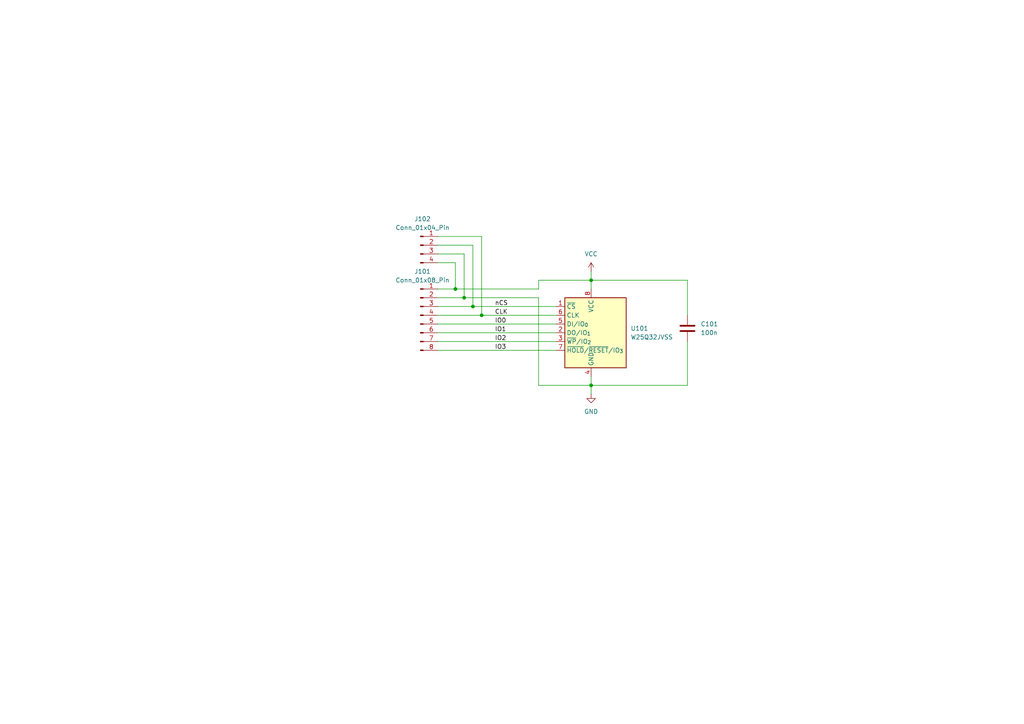
<source format=kicad_sch>
(kicad_sch (version 20250114) (generator "eeschema") (generator_version "9.0")
  (paper "A4")
  (lib_symbols
    (symbol "Connector:Conn_01x04_Pin" (pin_names (offset 1.016) (hide yes))
      (property "Reference" "J" (at 0 5.08 0))
      (property "Value" "Conn_01x04_Pin" (at 0 -7.62 0))
      (symbol "Conn_01x04_Pin_1_1"
        (rectangle (start 0.8636 2.667) (end 0 2.413) (stroke (width 0.1524)) (fill (type outline)))
        (rectangle (start 0.8636 0.127) (end 0 -0.127) (stroke (width 0.1524)) (fill (type outline)))
        (rectangle (start 0.8636 -2.413) (end 0 -2.667) (stroke (width 0.1524)) (fill (type outline)))
        (rectangle (start 0.8636 -4.953) (end 0 -5.207) (stroke (width 0.1524)) (fill (type outline)))
        (polyline (pts (xy 1.27 2.54) (xy 0.8636 2.54)) (stroke (width 0.1524)))
        (polyline (pts (xy 1.27 0) (xy 0.8636 0)) (stroke (width 0.1524)))
        (polyline (pts (xy 1.27 -2.54) (xy 0.8636 -2.54)) (stroke (width 0.1524)))
        (polyline (pts (xy 1.27 -5.08) (xy 0.8636 -5.08)) (stroke (width 0.1524)))
        (pin passive line (at 5.08 2.54 180) (length 3.81) (name "Pin_1") (number "1"))
        (pin passive line (at 5.08 0 180) (length 3.81) (name "Pin_2") (number "2"))
        (pin passive line (at 5.08 -2.54 180) (length 3.81) (name "Pin_3") (number "3"))
        (pin passive line (at 5.08 -5.08 180) (length 3.81) (name "Pin_4") (number "4"))
      )
    )
    (symbol "Connector:Conn_01x08_Pin" (pin_names (offset 1.016) (hide yes))
      (property "Reference" "J" (at 0 10.16 0))
      (property "Value" "Conn_01x08_Pin" (at 0 -12.7 0))
      (symbol "Conn_01x08_Pin_1_1"
        (rectangle (start 0.8636 7.747) (end 0 7.493) (stroke (width 0.1524)) (fill (type outline)))
        (rectangle (start 0.8636 5.207) (end 0 4.953) (stroke (width 0.1524)) (fill (type outline)))
        (rectangle (start 0.8636 2.667) (end 0 2.413) (stroke (width 0.1524)) (fill (type outline)))
        (rectangle (start 0.8636 0.127) (end 0 -0.127) (stroke (width 0.1524)) (fill (type outline)))
        (rectangle (start 0.8636 -2.413) (end 0 -2.667) (stroke (width 0.1524)) (fill (type outline)))
        (rectangle (start 0.8636 -4.953) (end 0 -5.207) (stroke (width 0.1524)) (fill (type outline)))
        (rectangle (start 0.8636 -7.493) (end 0 -7.747) (stroke (width 0.1524)) (fill (type outline)))
        (rectangle (start 0.8636 -10.033) (end 0 -10.287) (stroke (width 0.1524)) (fill (type outline)))
        (polyline (pts (xy 1.27 7.62) (xy 0.8636 7.62)) (stroke (width 0.1524)))
        (polyline (pts (xy 1.27 5.08) (xy 0.8636 5.08)) (stroke (width 0.1524)))
        (polyline (pts (xy 1.27 2.54) (xy 0.8636 2.54)) (stroke (width 0.1524)))
        (polyline (pts (xy 1.27 0) (xy 0.8636 0)) (stroke (width 0.1524)))
        (polyline (pts (xy 1.27 -2.54) (xy 0.8636 -2.54)) (stroke (width 0.1524)))
        (polyline (pts (xy 1.27 -5.08) (xy 0.8636 -5.08)) (stroke (width 0.1524)))
        (polyline (pts (xy 1.27 -7.62) (xy 0.8636 -7.62)) (stroke (width 0.1524)))
        (polyline (pts (xy 1.27 -10.16) (xy 0.8636 -10.16)) (stroke (width 0.1524)))
        (pin passive line (at 5.08 7.62 180) (length 3.81) (name "Pin_1") (number "1"))
        (pin passive line (at 5.08 5.08 180) (length 3.81) (name "Pin_2") (number "2"))
        (pin passive line (at 5.08 2.54 180) (length 3.81) (name "Pin_3") (number "3"))
        (pin passive line (at 5.08 0 180) (length 3.81) (name "Pin_4") (number "4"))
        (pin passive line (at 5.08 -2.54 180) (length 3.81) (name "Pin_5") (number "5"))
        (pin passive line (at 5.08 -5.08 180) (length 3.81) (name "Pin_6") (number "6"))
        (pin passive line (at 5.08 -7.62 180) (length 3.81) (name "Pin_7") (number "7"))
        (pin passive line (at 5.08 -10.16 180) (length 3.81) (name "Pin_8") (number "8"))
      )
    )
    (symbol "Device:C" (pin_numbers (hide yes)) (pin_names (offset 0.254))
      (property "Reference" "C" (at 0.635 2.54 0))
      (property "Value" "C" (at 0.635 -2.54 0))
      (symbol "C_0_1"
        (polyline (pts (xy -2.032 0.762) (xy 2.032 0.762)) (stroke (width 0.508)))
        (polyline (pts (xy -2.032 -0.762) (xy 2.032 -0.762)) (stroke (width 0.508)))
      )
      (symbol "C_1_1"
        (pin passive line (at 0 3.81 270) (length 2.794) (name "~") (number "1"))
        (pin passive line (at 0 -3.81 90) (length 2.794) (name "~") (number "2"))
      )
    )
    (symbol "Memory_Flash:W25Q32JVSS"
      (property "Reference" "U" (at -6.35 11.43 0))
      (property "Value" "W25Q32JVSS" (at 7.62 11.43 0))
      (symbol "W25Q32JVSS_0_1"
        (rectangle (start -7.62 10.16) (end 10.16 -10.16) (stroke (width 0.254)) (fill (type background)))
      )
      (symbol "W25Q32JVSS_1_1"
        (pin input line (at -10.16 7.62 0) (length 2.54) (name "~{CS}") (number "1"))
        (pin input line (at -10.16 5.08 0) (length 2.54) (name "CLK") (number "6"))
        (pin bidirectional line (at -10.16 2.54 0) (length 2.54) (name "DI/IO_{0}") (number "5"))
        (pin bidirectional line (at -10.16 0 0) (length 2.54) (name "DO/IO_{1}") (number "2"))
        (pin bidirectional line (at -10.16 -2.54 0) (length 2.54) (name "~{WP}/IO_{2}") (number "3"))
        (pin bidirectional line (at -10.16 -5.08 0) (length 2.54) (name "~{HOLD}/~{RESET}/IO_{3}") (number "7"))
        (pin power_in line (at 0 12.7 270) (length 2.54) (name "VCC") (number "8"))
        (pin power_in line (at 0 -12.7 90) (length 2.54) (name "GND") (number "4"))
      )
    )
    (symbol "power:GND" (power) (pin_numbers (hide yes)) (pin_names (offset 0) (hide yes))
      (property "Value" "GND" (at 0 -3.81 0))
      (symbol "GND_0_1"
        (polyline (pts (xy 0 0) (xy 0 -1.27) (xy 1.27 -1.27) (xy 0 -2.54) (xy -1.27 -1.27) (xy 0 -1.27)))
      )
      (symbol "GND_1_1"
        (pin power_in line (at 0 0 270) (length 0) (name "~") (number "1"))
      )
    )
    (symbol "power:VCC" (power) (pin_numbers (hide yes)) (pin_names (offset 0) (hide yes))
      (property "Value" "VCC" (at 0 3.556 0))
      (symbol "VCC_0_1"
        (polyline (pts (xy -0.762 1.27) (xy 0 2.54)))
        (polyline (pts (xy 0 2.54) (xy 0.762 1.27)))
        (polyline (pts (xy 0 0) (xy 0 2.54)))
      )
      (symbol "VCC_1_1"
        (pin power_in line (at 0 0 90) (length 0) (name "~") (number "1"))
      )
    )
  )
  (junction (at 132.08 83.82))
  (junction (at 139.7 91.44))
  (junction (at 137.16 88.9))
  (junction (at 171.45 81.28))
  (junction (at 134.62 86.36))
  (junction (at 171.45 111.76))
  (wire (pts (xy 139.7 91.44) (xy 161.29 91.44)))
  (wire (pts (xy 127 68.58) (xy 139.7 68.58)))
  (wire (pts (xy 134.62 73.66) (xy 134.62 86.36)))
  (wire (pts (xy 171.45 81.28) (xy 171.45 83.82)))
  (wire (pts (xy 127 88.9) (xy 137.16 88.9)))
  (wire (pts (xy 139.7 68.58) (xy 139.7 91.44)))
  (wire (pts (xy 171.45 78.74) (xy 171.45 81.28)))
  (wire (pts (xy 132.08 76.2) (xy 132.08 83.82)))
  (wire (pts (xy 171.45 109.22) (xy 171.45 111.76)))
  (wire (pts (xy 127 101.6) (xy 161.29 101.6)))
  (wire (pts (xy 127 99.06) (xy 161.29 99.06)))
  (wire (pts (xy 156.21 111.76) (xy 171.45 111.76)))
  (wire (pts (xy 156.21 83.82) (xy 156.21 81.28)))
  (wire (pts (xy 127 96.52) (xy 161.29 96.52)))
  (wire (pts (xy 171.45 81.28) (xy 199.39 81.28)))
  (wire (pts (xy 171.45 111.76) (xy 199.39 111.76)))
  (wire (pts (xy 127 76.2) (xy 132.08 76.2)))
  (wire (pts (xy 171.45 111.76) (xy 171.45 114.3)))
  (wire (pts (xy 137.16 71.12) (xy 137.16 88.9)))
  (wire (pts (xy 132.08 83.82) (xy 156.21 83.82)))
  (wire (pts (xy 199.39 111.76) (xy 199.39 99.06)))
  (wire (pts (xy 127 83.82) (xy 132.08 83.82)))
  (wire (pts (xy 199.39 81.28) (xy 199.39 91.44)))
  (wire (pts (xy 127 91.44) (xy 139.7 91.44)))
  (wire (pts (xy 127 86.36) (xy 134.62 86.36)))
  (wire (pts (xy 134.62 86.36) (xy 156.21 86.36)))
  (wire (pts (xy 127 73.66) (xy 134.62 73.66)))
  (wire (pts (xy 156.21 81.28) (xy 171.45 81.28)))
  (wire (pts (xy 127 93.98) (xy 161.29 93.98)))
  (wire (pts (xy 127 71.12) (xy 137.16 71.12)))
  (wire (pts (xy 137.16 88.9) (xy 161.29 88.9)))
  (wire (pts (xy 156.21 86.36) (xy 156.21 111.76)))
  (label "CLK" (at 143.51 91.44 0))
  (label "IO1" (at 143.51 96.52 0))
  (label "nCS" (at 143.51 88.9 0))
  (label "IO3" (at 143.51 101.6 0))
  (label "IO2" (at 143.51 99.06 0))
  (label "IO0" (at 143.51 93.98 0))
  (symbol (lib_id "Connector:Conn_01x04_Pin") (at 121.92 71.12 0) (unit 1) (in_bom no)
    (property "Reference" "J102" (at 122.555 63.5 0))
    (property "Value" "Conn_01x04_Pin" (at 122.555 66.04 0))
    (property "Footprint" "Connector_PinHeader_2.54mm:PinHeader_1x04_P2.54mm_Vertical" (effects (hide yes)))
    (property "Description" "Generic connector, single row, 01x04, script generated" (effects (hide yes)))
  )
  (symbol (lib_id "Memory_Flash:W25Q32JVSS") (at 171.45 96.52 0) (unit 1)
    (property "Reference" "U101" (at 182.88 95.2499 0) (effects (justify left)))
    (property "Value" "W25Q32JVSS" (at 182.88 97.7899 0) (effects (justify left)))
    (property "Footprint" "Package_SO:SOIC-8_5.3x5.3mm_P1.27mm" (effects (hide yes)))
    (property "Datasheet" "http://www.winbond.com/resource-files/w25q32jv%20revg%2003272018%20plus.pdf" (effects (hide yes)))
    (property "Description" "32Mbit / 4MiB Serial Flash Memory, Standard/Dual/Quad SPI, 2.7-3.6V, SOIC-8 (208 mil)" (effects (hide yes)))
    (property "LCSC PN" "C179173" (effects (hide yes)))
  )
  (symbol (lib_id "power:VCC") (at 171.45 78.74 0) (unit 1)
    (property "Reference" "#PWR0101" (effects (hide yes)))
    (property "Value" "VCC" (at 171.45 73.66 0))
    (property "Description" "Power symbol creates a global label with name \"VCC\"" (effects (hide yes)))
  )
  (symbol (lib_id "Device:C") (at 199.39 95.25 0) (unit 1)
    (property "Reference" "C101" (at 203.2 93.9799 0) (effects (justify left)))
    (property "Value" "100n" (at 203.2 96.5199 0) (effects (justify left)))
    (property "Footprint" "Capacitor_SMD:C_0402_1005Metric" (effects (hide yes)))
    (property "Description" "Unpolarized capacitor" (effects (hide yes)))
    (property "LCSC PN" "C1525" (effects (hide yes)))
  )
  (symbol (lib_id "Connector:Conn_01x08_Pin") (at 121.92 91.44 0) (unit 1) (in_bom no)
    (property "Reference" "J101" (at 122.555 78.74 0))
    (property "Value" "Conn_01x08_Pin" (at 122.555 81.28 0))
    (property "Footprint" "Connector_PinHeader_2.54mm:PinHeader_1x08_P2.54mm_Vertical" (effects (hide yes)))
    (property "Description" "Generic connector, single row, 01x08, script generated" (effects (hide yes)))
  )
  (symbol (lib_id "power:GND") (at 171.45 114.3 0) (unit 1)
    (property "Reference" "#PWR0102" (effects (hide yes)))
    (property "Value" "GND" (at 171.45 119.38 0))
    (property "Description" "Power symbol creates a global label with name \"GND\" , ground" (effects (hide yes)))
  )
)
</source>
